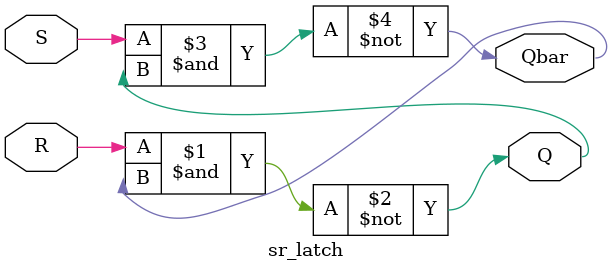
<source format=v>
module sr_latch(Q,Qbar,S,R);
	input S,R;
	output Q,Qbar;
	
	assign Q = ~(R&Qbar);
	assign Qbar = ~(S&Q);
endmodule
</source>
